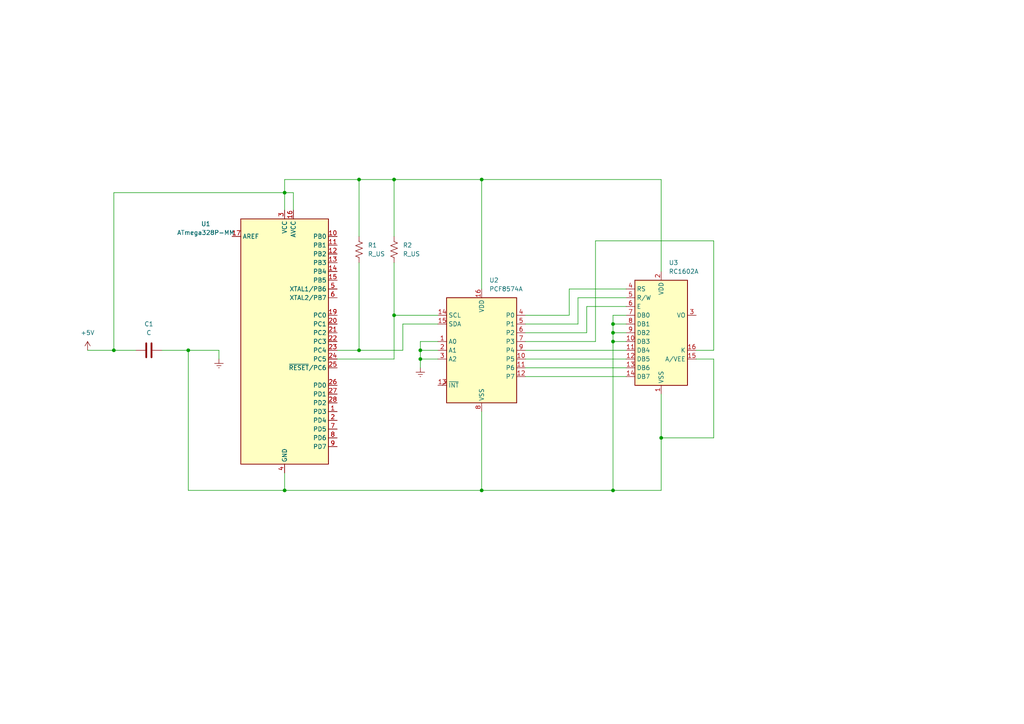
<source format=kicad_sch>
(kicad_sch (version 20230121) (generator eeschema)
  (paper "A4")
  (lib_symbols
    (symbol "Device:C" (pin_numbers hide) (pin_names (offset 0.254))
      (property "Reference" "C" (at 0.635 2.54 0))
      (property "Value" "C" (at 0.635 -2.54 0))
      (symbol "C_0_1"
        (polyline (pts (xy -2.032 -0.762) (xy 2.032 -0.762)) (stroke (width 0.508)))
        (polyline (pts (xy -2.032 0.762) (xy 2.032 0.762)) (stroke (width 0.508)))
      )
      (symbol "C_1_1"
        (pin passive line (at 0 3.81 270) (length 2.794) (name "~") (number "1"))
        (pin passive line (at 0 -3.81 90) (length 2.794) (name "~") (number "2"))
      )
    )
    (symbol "Device:R_US" (pin_numbers hide) (pin_names (offset 0))
      (property "Reference" "R" (at 2.54 0 90))
      (property "Value" "R_US" (at -2.54 0 90))
      (symbol "R_US_0_1"
        (polyline (pts (xy 0 -2.286) (xy 0 -2.54)))
        (polyline (pts (xy 0 2.286) (xy 0 2.54)))
        (polyline (pts (xy 0 -0.762) (xy 1.016 -1.143) (xy 0 -1.524) (xy -1.016 -1.905) (xy 0 -2.286)))
        (polyline (pts (xy 0 0.762) (xy 1.016 0.381) (xy 0 0) (xy -1.016 -0.381) (xy 0 -0.762)))
        (polyline (pts (xy 0 2.286) (xy 1.016 1.905) (xy 0 1.524) (xy -1.016 1.143) (xy 0 0.762)))
      )
      (symbol "R_US_1_1"
        (pin passive line (at 0 3.81 270) (length 1.27) (name "~") (number "1"))
        (pin passive line (at 0 -3.81 90) (length 1.27) (name "~") (number "2"))
      )
    )
    (symbol "Display_Character:RC1602A"
      (property "Reference" "U" (at -6.35 16.51 0))
      (property "Value" "RC1602A" (at 2.794 16.51 0))
      (symbol "RC1602A_0_1"
        (rectangle (start -7.62 15.24) (end 7.62 -15.24) (stroke (width 0.254)) (fill (type background)))
      )
      (symbol "RC1602A_1_1"
        (pin power_in line (at 0 -17.78 90) (length 2.54) (name "VSS") (number "1"))
        (pin bidirectional line (at -10.16 -2.54 0) (length 2.54) (name "DB3") (number "10"))
        (pin bidirectional line (at -10.16 -5.08 0) (length 2.54) (name "DB4") (number "11"))
        (pin bidirectional line (at -10.16 -7.62 0) (length 2.54) (name "DB5") (number "12"))
        (pin bidirectional line (at -10.16 -10.16 0) (length 2.54) (name "DB6") (number "13"))
        (pin bidirectional line (at -10.16 -12.7 0) (length 2.54) (name "DB7") (number "14"))
        (pin power_in line (at 10.16 -7.62 180) (length 2.54) (name "A/VEE") (number "15"))
        (pin power_in line (at 10.16 -5.08 180) (length 2.54) (name "K") (number "16"))
        (pin power_in line (at 0 17.78 270) (length 2.54) (name "VDD") (number "2"))
        (pin power_in line (at 10.16 5.08 180) (length 2.54) (name "VO") (number "3"))
        (pin input line (at -10.16 12.7 0) (length 2.54) (name "RS") (number "4"))
        (pin input line (at -10.16 10.16 0) (length 2.54) (name "R/W") (number "5"))
        (pin input line (at -10.16 7.62 0) (length 2.54) (name "E") (number "6"))
        (pin bidirectional line (at -10.16 5.08 0) (length 2.54) (name "DB0") (number "7"))
        (pin bidirectional line (at -10.16 2.54 0) (length 2.54) (name "DB1") (number "8"))
        (pin bidirectional line (at -10.16 0 0) (length 2.54) (name "DB2") (number "9"))
      )
    )
    (symbol "Interface_Expansion:PCF8574A"
      (property "Reference" "U" (at -8.89 16.51 0))
      (property "Value" "PCF8574A" (at 2.54 16.51 0))
      (symbol "PCF8574A_0_1"
        (rectangle (start -10.16 15.24) (end 10.16 -15.24) (stroke (width 0.254)) (fill (type background)))
      )
      (symbol "PCF8574A_1_1"
        (pin input line (at -12.7 2.54 0) (length 2.54) (name "A0") (number "1"))
        (pin bidirectional line (at 12.7 -2.54 180) (length 2.54) (name "P5") (number "10"))
        (pin bidirectional line (at 12.7 -5.08 180) (length 2.54) (name "P6") (number "11"))
        (pin bidirectional line (at 12.7 -7.62 180) (length 2.54) (name "P7") (number "12"))
        (pin open_collector output_low (at -12.7 -10.16 0) (length 2.54) (name "~{INT}") (number "13"))
        (pin input line (at -12.7 10.16 0) (length 2.54) (name "SCL") (number "14"))
        (pin bidirectional line (at -12.7 7.62 0) (length 2.54) (name "SDA") (number "15"))
        (pin power_in line (at 0 17.78 270) (length 2.54) (name "VDD") (number "16"))
        (pin input line (at -12.7 0 0) (length 2.54) (name "A1") (number "2"))
        (pin input line (at -12.7 -2.54 0) (length 2.54) (name "A2") (number "3"))
        (pin bidirectional line (at 12.7 10.16 180) (length 2.54) (name "P0") (number "4"))
        (pin bidirectional line (at 12.7 7.62 180) (length 2.54) (name "P1") (number "5"))
        (pin bidirectional line (at 12.7 5.08 180) (length 2.54) (name "P2") (number "6"))
        (pin bidirectional line (at 12.7 2.54 180) (length 2.54) (name "P3") (number "7"))
        (pin power_in line (at 0 -17.78 90) (length 2.54) (name "VSS") (number "8"))
        (pin bidirectional line (at 12.7 0 180) (length 2.54) (name "P4") (number "9"))
      )
    )
    (symbol "MCU_Microchip_ATmega:ATmega328P-MM"
      (property "Reference" "U" (at -12.7 36.83 0))
      (property "Value" "ATmega328P-MM" (at 2.54 -36.83 0))
      (symbol "ATmega328P-MM_0_1"
        (rectangle (start -12.7 -35.56) (end 12.7 35.56) (stroke (width 0.254)) (fill (type background)))
      )
      (symbol "ATmega328P-MM_1_1"
        (pin bidirectional line (at 15.24 -20.32 180) (length 2.54) (name "PD3") (number "1"))
        (pin bidirectional line (at 15.24 30.48 180) (length 2.54) (name "PB0") (number "10"))
        (pin bidirectional line (at 15.24 27.94 180) (length 2.54) (name "PB1") (number "11"))
        (pin bidirectional line (at 15.24 25.4 180) (length 2.54) (name "PB2") (number "12"))
        (pin bidirectional line (at 15.24 22.86 180) (length 2.54) (name "PB3") (number "13"))
        (pin bidirectional line (at 15.24 20.32 180) (length 2.54) (name "PB4") (number "14"))
        (pin bidirectional line (at 15.24 17.78 180) (length 2.54) (name "PB5") (number "15"))
        (pin power_in line (at 2.54 38.1 270) (length 2.54) (name "AVCC") (number "16"))
        (pin passive line (at -15.24 30.48 0) (length 2.54) (name "AREF") (number "17"))
        (pin passive line (at 0 -38.1 90) (length 2.54) hide (name "GND") (number "18"))
        (pin bidirectional line (at 15.24 7.62 180) (length 2.54) (name "PC0") (number "19"))
        (pin bidirectional line (at 15.24 -22.86 180) (length 2.54) (name "PD4") (number "2"))
        (pin bidirectional line (at 15.24 5.08 180) (length 2.54) (name "PC1") (number "20"))
        (pin bidirectional line (at 15.24 2.54 180) (length 2.54) (name "PC2") (number "21"))
        (pin bidirectional line (at 15.24 0 180) (length 2.54) (name "PC3") (number "22"))
        (pin bidirectional line (at 15.24 -2.54 180) (length 2.54) (name "PC4") (number "23"))
        (pin bidirectional line (at 15.24 -5.08 180) (length 2.54) (name "PC5") (number "24"))
        (pin bidirectional line (at 15.24 -7.62 180) (length 2.54) (name "~{RESET}/PC6") (number "25"))
        (pin bidirectional line (at 15.24 -12.7 180) (length 2.54) (name "PD0") (number "26"))
        (pin bidirectional line (at 15.24 -15.24 180) (length 2.54) (name "PD1") (number "27"))
        (pin bidirectional line (at 15.24 -17.78 180) (length 2.54) (name "PD2") (number "28"))
        (pin passive line (at 0 -38.1 90) (length 2.54) hide (name "GND") (number "29"))
        (pin power_in line (at 0 38.1 270) (length 2.54) (name "VCC") (number "3"))
        (pin power_in line (at 0 -38.1 90) (length 2.54) (name "GND") (number "4"))
        (pin bidirectional line (at 15.24 15.24 180) (length 2.54) (name "XTAL1/PB6") (number "5"))
        (pin bidirectional line (at 15.24 12.7 180) (length 2.54) (name "XTAL2/PB7") (number "6"))
        (pin bidirectional line (at 15.24 -25.4 180) (length 2.54) (name "PD5") (number "7"))
        (pin bidirectional line (at 15.24 -27.94 180) (length 2.54) (name "PD6") (number "8"))
        (pin bidirectional line (at 15.24 -30.48 180) (length 2.54) (name "PD7") (number "9"))
      )
    )
    (symbol "power:+5V" (power) (pin_names (offset 0))
      (property "Value" "+5V" (at 0 3.556 0))
      (symbol "+5V_0_1"
        (polyline (pts (xy -0.762 1.27) (xy 0 2.54)))
        (polyline (pts (xy 0 0) (xy 0 2.54)))
        (polyline (pts (xy 0 2.54) (xy 0.762 1.27)))
      )
      (symbol "+5V_1_1"
        (pin power_in line (at 0 0 90) (length 0) hide (name "+5V") (number "1"))
      )
    )
    (symbol "power:Earth" (power) (pin_names (offset 0))
      (symbol "Earth_0_1"
        (polyline (pts (xy -0.635 -1.905) (xy 0.635 -1.905)))
        (polyline (pts (xy -0.127 -2.54) (xy 0.127 -2.54)))
        (polyline (pts (xy 0 -1.27) (xy 0 0)))
        (polyline (pts (xy 1.27 -1.27) (xy -1.27 -1.27)))
      )
      (symbol "Earth_1_1"
        (pin power_in line (at 0 0 270) (length 0) hide (name "Earth") (number "1"))
      )
    )
  )
  (junction (at 114.3 91.44))
  (junction (at 177.8 96.52))
  (junction (at 82.55 142.24))
  (junction (at 177.8 93.98))
  (junction (at 104.14 52.07))
  (junction (at 82.55 55.88))
  (junction (at 139.7 142.24))
  (junction (at 104.14 101.6))
  (junction (at 33.02 101.6))
  (junction (at 191.77 127))
  (junction (at 139.7 52.07))
  (junction (at 177.8 99.06))
  (junction (at 54.61 101.6))
  (junction (at 114.3 52.07))
  (junction (at 177.8 142.24))
  (junction (at 121.92 101.6))
  (junction (at 121.92 104.14))
  (wire (pts (xy 114.3 52.07) (xy 139.7 52.07)))
  (wire (pts (xy 114.3 104.14) (xy 114.3 91.44)))
  (wire (pts (xy 152.4 99.06) (xy 172.72 99.06)))
  (wire (pts (xy 207.01 104.14) (xy 207.01 127)))
  (wire (pts (xy 139.7 119.38) (xy 139.7 142.24)))
  (wire (pts (xy 33.02 55.88) (xy 33.02 101.6)))
  (wire (pts (xy 165.1 83.82) (xy 181.61 83.82)))
  (wire (pts (xy 114.3 91.44) (xy 127 91.44)))
  (wire (pts (xy 170.18 96.52) (xy 170.18 88.9)))
  (wire (pts (xy 121.92 99.06) (xy 121.92 101.6)))
  (wire (pts (xy 121.92 104.14) (xy 121.92 106.68)))
  (wire (pts (xy 121.92 101.6) (xy 127 101.6)))
  (wire (pts (xy 152.4 91.44) (xy 165.1 91.44)))
  (wire (pts (xy 104.14 76.2) (xy 104.14 101.6)))
  (wire (pts (xy 114.3 52.07) (xy 114.3 68.58)))
  (wire (pts (xy 191.77 127) (xy 191.77 142.24)))
  (wire (pts (xy 152.4 101.6) (xy 181.61 101.6)))
  (wire (pts (xy 63.5 101.6) (xy 54.61 101.6)))
  (wire (pts (xy 172.72 99.06) (xy 172.72 69.85)))
  (wire (pts (xy 191.77 142.24) (xy 177.8 142.24)))
  (wire (pts (xy 121.92 104.14) (xy 127 104.14)))
  (wire (pts (xy 152.4 96.52) (xy 170.18 96.52)))
  (wire (pts (xy 139.7 52.07) (xy 139.7 83.82)))
  (wire (pts (xy 177.8 91.44) (xy 177.8 93.98)))
  (wire (pts (xy 207.01 101.6) (xy 201.93 101.6)))
  (wire (pts (xy 82.55 52.07) (xy 104.14 52.07)))
  (wire (pts (xy 63.5 104.14) (xy 63.5 101.6)))
  (wire (pts (xy 172.72 69.85) (xy 207.01 69.85)))
  (wire (pts (xy 191.77 52.07) (xy 191.77 78.74)))
  (wire (pts (xy 85.09 60.96) (xy 85.09 55.88)))
  (wire (pts (xy 177.8 96.52) (xy 177.8 99.06)))
  (wire (pts (xy 82.55 55.88) (xy 82.55 52.07)))
  (wire (pts (xy 207.01 69.85) (xy 207.01 101.6)))
  (wire (pts (xy 82.55 142.24) (xy 54.61 142.24)))
  (wire (pts (xy 165.1 91.44) (xy 165.1 83.82)))
  (wire (pts (xy 104.14 101.6) (xy 116.84 101.6)))
  (wire (pts (xy 177.8 99.06) (xy 181.61 99.06)))
  (wire (pts (xy 177.8 142.24) (xy 139.7 142.24)))
  (wire (pts (xy 116.84 93.98) (xy 127 93.98)))
  (wire (pts (xy 170.18 88.9) (xy 181.61 88.9)))
  (wire (pts (xy 177.8 93.98) (xy 181.61 93.98)))
  (wire (pts (xy 167.64 86.36) (xy 181.61 86.36)))
  (wire (pts (xy 191.77 127) (xy 207.01 127)))
  (wire (pts (xy 33.02 101.6) (xy 39.37 101.6)))
  (wire (pts (xy 152.4 106.68) (xy 181.61 106.68)))
  (wire (pts (xy 177.8 96.52) (xy 181.61 96.52)))
  (wire (pts (xy 139.7 52.07) (xy 191.77 52.07)))
  (wire (pts (xy 167.64 93.98) (xy 167.64 86.36)))
  (wire (pts (xy 127 99.06) (xy 121.92 99.06)))
  (wire (pts (xy 25.4 101.6) (xy 33.02 101.6)))
  (wire (pts (xy 114.3 76.2) (xy 114.3 91.44)))
  (wire (pts (xy 177.8 99.06) (xy 177.8 142.24)))
  (wire (pts (xy 191.77 114.3) (xy 191.77 127)))
  (wire (pts (xy 82.55 55.88) (xy 85.09 55.88)))
  (wire (pts (xy 54.61 101.6) (xy 46.99 101.6)))
  (wire (pts (xy 82.55 137.16) (xy 82.55 142.24)))
  (wire (pts (xy 116.84 101.6) (xy 116.84 93.98)))
  (wire (pts (xy 82.55 55.88) (xy 33.02 55.88)))
  (wire (pts (xy 181.61 91.44) (xy 177.8 91.44)))
  (wire (pts (xy 177.8 93.98) (xy 177.8 96.52)))
  (wire (pts (xy 152.4 109.22) (xy 181.61 109.22)))
  (wire (pts (xy 201.93 104.14) (xy 207.01 104.14)))
  (wire (pts (xy 54.61 101.6) (xy 54.61 142.24)))
  (wire (pts (xy 82.55 60.96) (xy 82.55 55.88)))
  (wire (pts (xy 97.79 104.14) (xy 114.3 104.14)))
  (wire (pts (xy 82.55 142.24) (xy 139.7 142.24)))
  (wire (pts (xy 104.14 52.07) (xy 114.3 52.07)))
  (wire (pts (xy 104.14 52.07) (xy 104.14 68.58)))
  (wire (pts (xy 121.92 101.6) (xy 121.92 104.14)))
  (wire (pts (xy 152.4 93.98) (xy 167.64 93.98)))
  (wire (pts (xy 97.79 101.6) (xy 104.14 101.6)))
  (wire (pts (xy 152.4 104.14) (xy 181.61 104.14)))
  (symbol (lib_id "MCU_Microchip_ATmega:ATmega328P-MM") (at 82.55 99.06 0) (unit 1)
    (property "Reference" "U1" (at 59.69 64.9321 0))
    (property "Value" "ATmega328P-MM" (at 59.69 67.4721 0))
    (property "Footprint" "Package_DFN_QFN:QFN-28-1EP_4x4mm_P0.45mm_EP2.4x2.4mm" (effects hide))
    (property "Datasheet" "http://ww1.microchip.com/downloads/en/DeviceDoc/ATmega328_P%20AVR%20MCU%20with%20picoPower%20Technology%20Data%20Sheet%2040001984A.pdf" (effects hide))
  )
  (symbol (lib_id "Device:R_US") (at 104.14 72.39 0) (unit 1)
    (property "Reference" "R1" (at 106.68 71.12 0) (effects (justify left)))
    (property "Value" "R_US" (at 106.68 73.66 0) (effects (justify left)))
  )
  (symbol (lib_id "power:Earth") (at 121.92 106.68 0) (unit 1)
    (property "Reference" "#PWR03" (effects hide))
    (property "Value" "Earth" (effects hide))
  )
  (symbol (lib_id "Display_Character:RC1602A") (at 191.77 96.52 0) (unit 1)
    (property "Reference" "U3" (at 193.9641 76.2 0) (effects (justify left)))
    (property "Value" "RC1602A" (at 193.9641 78.74 0) (effects (justify left)))
    (property "Footprint" "Display:RC1602A" (effects hide))
    (property "Datasheet" "http://www.raystar-optronics.com/down.php?ProID=18" (effects hide))
  )
  (symbol (lib_id "Device:R_US") (at 114.3 72.39 0) (unit 1)
    (property "Reference" "R2" (at 116.84 71.12 0) (effects (justify left)))
    (property "Value" "R_US" (at 116.84 73.66 0) (effects (justify left)))
  )
  (symbol (lib_id "power:+5V") (at 25.4 101.6 0) (unit 1)
    (property "Reference" "#PWR02" (effects hide))
    (property "Value" "+5V" (at 25.4 96.52 0))
  )
  (symbol (lib_id "power:Earth") (at 63.5 104.14 0) (unit 1)
    (property "Reference" "#PWR01" (effects hide))
    (property "Value" "Earth" (effects hide))
  )
  (symbol (lib_id "Device:C") (at 43.18 101.6 90) (unit 1)
    (property "Reference" "C1" (at 43.18 93.98 90))
    (property "Value" "C" (at 43.18 96.52 90))
  )
  (symbol (lib_id "Interface_Expansion:PCF8574A") (at 139.7 101.6 0) (unit 1)
    (property "Reference" "U2" (at 141.8941 81.28 0) (effects (justify left)))
    (property "Value" "PCF8574A" (at 141.8941 83.82 0) (effects (justify left)))
    (property "Datasheet" "http://www.nxp.com/docs/en/data-sheet/PCF8574_PCF8574A.pdf" (effects hide))
  )
)
</source>
